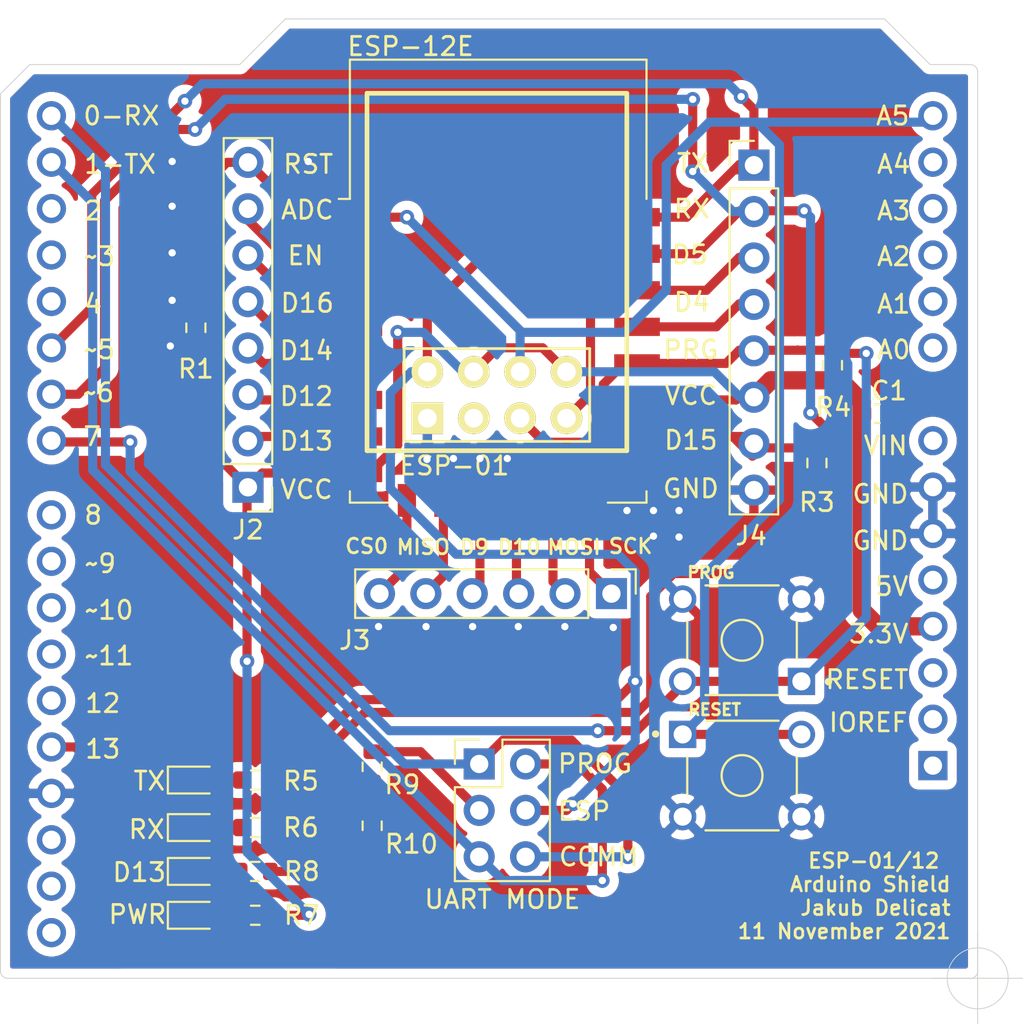
<source format=kicad_pcb>
(kicad_pcb (version 20171130) (host pcbnew 5.1.10)
  (layers (0 F.Cu signal) (31 B.Cu signal) (34 B.Paste user hide) (35 F.Paste user hide) (36 B.SilkS user hide) (37 F.SilkS user) (38 B.Mask user) (39 F.Mask user hide) (44 Edge.Cuts user))
  (net 0 "")
  (net 1 "Net-(A1-Pad30)")
  (net 2 "Net-(A1-Pad13)")
  (net 3 "Net-(A1-Pad12)")
  (net 4 "Net-(A1-Pad27)")
  (net 5 "Net-(A1-Pad11)")
  (net 6 "Net-(A1-Pad26)")
  (net 7 "Net-(A1-Pad10)")
  (net 8 "Net-(A1-Pad25)")
  (net 9 "Net-(A1-Pad9)")
  (net 10 "Net-(A1-Pad24)")
  (net 11 "Net-(A1-Pad8)")
  (net 12 "Net-(A1-Pad23)")
  (net 13 "Net-(A1-Pad5)")
  (net 14 "Net-(A1-Pad3)")
  (net 15 "Net-(A1-Pad18)")
  (net 16 "Net-(A1-Pad2)")
  (net 17 "Net-(A1-Pad17)")
  (net 18 "Net-(A1-Pad1)")
  (net 19 "Net-(A1-Pad31)")
  (net 20 "Net-(A1-Pad32)")
  (net 21 "Net-(D1-Pad2)")
  (net 22 /GPIO2)
  (net 23 "Net-(BUILTIN1-Pad2)")
  (net 24 "Net-(PWR1-Pad2)")
  (net 25 "Net-(R6-Pad2)")
  (net 26 /TX_AR)
  (net 27 /RX_AR)
  (net 28 GND)
  (net 29 TX_PROG)
  (net 30 RX_PROG)
  (net 31 PROG)
  (net 32 VCC)
  (net 33 RST)
  (net 34 GPIO15)
  (net 35 GPIO5)
  (net 36 GPIO4)
  (net 37 SCLK)
  (net 38 MOSI)
  (net 39 GPIO10)
  (net 40 GPIO9)
  (net 41 MISO)
  (net 42 CS0)
  (net 43 GPIO13)
  (net 44 GPIO12)
  (net 45 GPIO14)
  (net 46 GPIO16)
  (net 47 EN)
  (net 48 ADC)
  (net 49 "Net-(A1-Pad19)")
  (net 50 RX_PROG5V)
  (net 51 D13)
  (module Module:Arduino_UNO_R3 (layer B.Cu) (at 103.3 60.41 90)
    (fp_text reference A1)
    (fp_text value Arduino_UNO_R3)
    (pad 32 thru_hole oval (at -9.14 -48.26) (size 1.6 1.6) (drill 1) (layers *.Cu *.Mask) (net 20 "Net-(A1-Pad32)"))
    (pad 31 thru_hole oval (at -6.6 -48.26) (size 1.6 1.6) (drill 1) (layers *.Cu *.Mask) (net 19 "Net-(A1-Pad31)"))
    (pad 1 thru_hole rect (at 0 0) (size 1.6 1.6) (drill 1) (layers *.Cu *.Mask) (net 18 "Net-(A1-Pad1)"))
    (pad 17 thru_hole oval (at 30.48 -48.26) (size 1.6 1.6) (drill 1) (layers *.Cu *.Mask) (net 17 "Net-(A1-Pad17)"))
    (pad 2 thru_hole oval (at 2.54 0) (size 1.6 1.6) (drill 1) (layers *.Cu *.Mask) (net 16 "Net-(A1-Pad2)"))
    (pad 18 thru_hole oval (at 27.94 -48.26) (size 1.6 1.6) (drill 1) (layers *.Cu *.Mask) (net 15 "Net-(A1-Pad18)"))
    (pad 3 thru_hole oval (at 5.08 0) (size 1.6 1.6) (drill 1) (layers *.Cu *.Mask) (net 14 "Net-(A1-Pad3)"))
    (pad 19 thru_hole oval (at 25.4 -48.26) (size 1.6 1.6) (drill 1) (layers *.Cu *.Mask) (net 49 "Net-(A1-Pad19)"))
    (pad 4 thru_hole oval (at 7.62 0) (size 1.6 1.6) (drill 1) (layers *.Cu *.Mask) (net 32 VCC))
    (pad 20 thru_hole oval (at 22.86 -48.26) (size 1.6 1.6) (drill 1) (layers *.Cu *.Mask) (net 29 TX_PROG))
    (pad 5 thru_hole oval (at 10.16 0) (size 1.6 1.6) (drill 1) (layers *.Cu *.Mask) (net 13 "Net-(A1-Pad5)"))
    (pad 21 thru_hole oval (at 20.32 -48.26) (size 1.6 1.6) (drill 1) (layers *.Cu *.Mask) (net 30 RX_PROG))
    (pad 6 thru_hole oval (at 12.7 0) (size 1.6 1.6) (drill 1) (layers *.Cu *.Mask) (net 28 GND))
    (pad 22 thru_hole oval (at 17.78 -48.26) (size 1.6 1.6) (drill 1) (layers *.Cu *.Mask) (net 31 PROG))
    (pad 7 thru_hole oval (at 15.24 0) (size 1.6 1.6) (drill 1) (layers *.Cu *.Mask) (net 28 GND))
    (pad 23 thru_hole oval (at 13.72 -48.26) (size 1.6 1.6) (drill 1) (layers *.Cu *.Mask) (net 12 "Net-(A1-Pad23)"))
    (pad 8 thru_hole oval (at 17.78 0) (size 1.6 1.6) (drill 1) (layers *.Cu *.Mask) (net 11 "Net-(A1-Pad8)"))
    (pad 24 thru_hole oval (at 11.18 -48.26) (size 1.6 1.6) (drill 1) (layers *.Cu *.Mask) (net 10 "Net-(A1-Pad24)"))
    (pad 9 thru_hole oval (at 22.86 0) (size 1.6 1.6) (drill 1) (layers *.Cu *.Mask) (net 9 "Net-(A1-Pad9)"))
    (pad 25 thru_hole oval (at 8.64 -48.26) (size 1.6 1.6) (drill 1) (layers *.Cu *.Mask) (net 8 "Net-(A1-Pad25)"))
    (pad 10 thru_hole oval (at 25.4 0) (size 1.6 1.6) (drill 1) (layers *.Cu *.Mask) (net 7 "Net-(A1-Pad10)"))
    (pad 26 thru_hole oval (at 6.1 -48.26) (size 1.6 1.6) (drill 1) (layers *.Cu *.Mask) (net 6 "Net-(A1-Pad26)"))
    (pad 11 thru_hole oval (at 27.94 0) (size 1.6 1.6) (drill 1) (layers *.Cu *.Mask) (net 5 "Net-(A1-Pad11)"))
    (pad 27 thru_hole oval (at 3.56 -48.26) (size 1.6 1.6) (drill 1) (layers *.Cu *.Mask) (net 4 "Net-(A1-Pad27)"))
    (pad 12 thru_hole oval (at 30.48 0) (size 1.6 1.6) (drill 1) (layers *.Cu *.Mask) (net 3 "Net-(A1-Pad12)"))
    (pad 28 thru_hole oval (at 1.02 -48.26) (size 1.6 1.6) (drill 1) (layers *.Cu *.Mask) (net 51 D13))
    (pad 13 thru_hole oval (at 33.02 0) (size 1.6 1.6) (drill 1) (layers *.Cu *.Mask) (net 2 "Net-(A1-Pad13)"))
    (pad 29 thru_hole oval (at -1.52 -48.26) (size 1.6 1.6) (drill 1) (layers *.Cu *.Mask) (net 28 GND))
    (pad 14 thru_hole oval (at 35.56 0) (size 1.6 1.6) (drill 1) (layers *.Cu *.Mask) (net 33 RST))
    (pad 30 thru_hole oval (at -4.06 -48.26) (size 1.6 1.6) (drill 1) (layers *.Cu *.Mask) (net 1 "Net-(A1-Pad30)"))
    (pad 15 thru_hole oval (at 35.56 -48.26) (size 1.6 1.6) (drill 1) (layers *.Cu *.Mask) (net 27 /RX_AR))
    (pad 16 thru_hole oval (at 33.02 -48.26) (size 1.6 1.6) (drill 1) (layers *.Cu *.Mask) (net 26 /TX_AR))
  )
  (module 1-1825910-4:TE_1-1825910-4 (layer F.Cu) (at 92.85 53.55 180)
    (fp_text reference SW2)
    (fp_text value PROG (at 1.7 3.7) (layer F.SilkS) (effects (font (size 0.63025 0.63025))))
    (pad 4 thru_hole circle (at 3.25 2.25 180) (size 1.498 1.498) (drill 0.99) (layers *.Cu *.Mask) (net 28 GND))
    (pad 2 thru_hole circle (at 3.25 -2.25 180) (size 1.498 1.498) (drill 0.99) (layers *.Cu *.Mask) (net 31 PROG))
    (pad 3 thru_hole circle (at -3.25 2.25 180) (size 1.498 1.498) (drill 0.99) (layers *.Cu *.Mask) (net 28 GND))
    (pad 1 thru_hole rect (at -3.25 -2.25 180) (size 1.498 1.498) (drill 0.99) (layers *.Cu *.Mask) (net 31 PROG))
  )
  (module 1-1825910-4:TE_1-1825910-4 (layer F.Cu) (at 92.85 60.953112)
    (fp_text reference SW1)
    (fp_text value RESET (at -1.5 -3.603112) (layer F.SilkS) (effects (font (size 0.63025 0.63025))))
    (pad 4 thru_hole circle (at 3.25 2.25) (size 1.498 1.498) (drill 0.99) (layers *.Cu *.Mask) (net 28 GND))
    (pad 2 thru_hole circle (at 3.25 -2.25) (size 1.498 1.498) (drill 0.99) (layers *.Cu *.Mask) (net 33 RST))
    (pad 3 thru_hole circle (at -3.25 2.25) (size 1.498 1.498) (drill 0.99) (layers *.Cu *.Mask) (net 28 GND))
    (pad 1 thru_hole rect (at -3.25 -2.25) (size 1.498 1.498) (drill 0.99) (layers *.Cu *.Mask) (net 33 RST))
  )
  (module ESP8266:ESP-01 (layer F.Cu) (at 75.62 41.4 90)
    (fp_text reference U2)
    (fp_text value ESP-01 (at -2.603112 1.480001) (layer F.SilkS))
    (pad 8 thru_hole oval (at 2.54 7.62 90) (size 1.7272 1.7272) (drill 1.016) (layers *.Cu *.Mask F.SilkS) (net 32 VCC))
    (pad 4 thru_hole oval (at 0 7.62 90) (size 1.7272 1.7272) (drill 1.016) (layers *.Cu *.Mask F.SilkS) (net 30 RX_PROG))
    (pad 7 thru_hole oval (at 2.54 5.08 90) (size 1.7272 1.7272) (drill 1.016) (layers *.Cu *.Mask F.SilkS) (net 33 RST))
    (pad 3 thru_hole oval (at 0 5.08 90) (size 1.7272 1.7272) (drill 1.016) (layers *.Cu *.Mask F.SilkS) (net 31 PROG))
    (pad 6 thru_hole oval (at 2.54 2.54 90) (size 1.7272 1.7272) (drill 1.016) (layers *.Cu *.Mask F.SilkS) (net 32 VCC))
    (pad 2 thru_hole oval (at 0 2.54 90) (size 1.7272 1.7272) (drill 1.016) (layers *.Cu *.Mask F.SilkS) (net 22 /GPIO2))
    (pad 5 thru_hole oval (at 2.54 0 90) (size 1.7272 1.7272) (drill 1.016) (layers *.Cu *.Mask F.SilkS) (net 29 TX_PROG))
    (pad 1 thru_hole rect (at 0 0 90) (size 1.7272 1.7272) (drill 1.016) (layers *.Cu *.Mask F.SilkS) (net 28 GND))
  )
  (module Resistor_SMD:R_0603_1608Metric (layer F.Cu) (at 72.6 63.7 90)
    (fp_text reference R10 (at -1.003112 2.150001 180) (layer F.SilkS))
    (fp_text value 2k2OHM)
    (pad 2 smd roundrect (at 0.825 0 90) (size 0.8 0.95) (layers F.Cu F.Paste F.Mask) (net 30 RX_PROG))
    (pad 1 smd roundrect (at -0.825 0 90) (size 0.8 0.95) (layers F.Cu F.Paste F.Mask) (net 28 GND))
  )
  (module Resistor_SMD:R_0603_1608Metric (layer F.Cu) (at 72.6 60.475 90)
    (fp_text reference R9 (at -0.978112 1.650001 180) (layer F.SilkS))
    (fp_text value 1kOhm)
    (pad 2 smd roundrect (at 0.825 0 90) (size 0.8 0.95) (layers F.Cu F.Paste F.Mask) (net 50 RX_PROG5V))
    (pad 1 smd roundrect (at -0.825 0 90) (size 0.8 0.95) (layers F.Cu F.Paste F.Mask) (net 30 RX_PROG))
  )
  (module Connector_PinHeader_2.54mm:PinHeader_2x03_P2.54mm_Vertical (layer F.Cu) (at 78.46 60.32)
    (fp_text reference J1)
    (fp_text value "UART MODE" (at 1.27 7.41) (layer F.SilkS))
    (pad 6 thru_hole oval (at 2.54 5.08) (size 1.7 1.7) (drill 1) (layers *.Cu *.Mask) (net 27 /RX_AR))
    (pad 5 thru_hole oval (at 0 5.08) (size 1.7 1.7) (drill 1) (layers *.Cu *.Mask) (net 26 /TX_AR))
    (pad 4 thru_hole oval (at 2.54 2.54) (size 1.7 1.7) (drill 1) (layers *.Cu *.Mask) (net 29 TX_PROG))
    (pad 3 thru_hole oval (at 0 2.54) (size 1.7 1.7) (drill 1) (layers *.Cu *.Mask) (net 50 RX_PROG5V))
    (pad 2 thru_hole oval (at 2.54 0) (size 1.7 1.7) (drill 1) (layers *.Cu *.Mask) (net 26 /TX_AR))
    (pad 1 thru_hole rect (at 0 0) (size 1.7 1.7) (drill 1) (layers *.Cu *.Mask) (net 27 /RX_AR))
  )
  (module Connector_PinHeader_2.54mm:PinHeader_1x08_P2.54mm_Vertical (layer F.Cu) (at 93.500001 27.553112)
    (fp_text reference J4 (at -0.149999 20.283112) (layer F.SilkS))
    (fp_text value Conn_01x08)
    (pad 8 thru_hole oval (at 0 17.78) (size 1.7 1.7) (drill 1) (layers *.Cu *.Mask) (net 28 GND))
    (pad 7 thru_hole oval (at 0 15.24) (size 1.7 1.7) (drill 1) (layers *.Cu *.Mask) (net 34 GPIO15))
    (pad 6 thru_hole oval (at 0 12.7) (size 1.7 1.7) (drill 1) (layers *.Cu *.Mask) (net 32 VCC))
    (pad 5 thru_hole oval (at 0 10.16) (size 1.7 1.7) (drill 1) (layers *.Cu *.Mask) (net 31 PROG))
    (pad 4 thru_hole oval (at 0 7.62) (size 1.7 1.7) (drill 1) (layers *.Cu *.Mask) (net 36 GPIO4))
    (pad 3 thru_hole oval (at 0 5.08) (size 1.7 1.7) (drill 1) (layers *.Cu *.Mask) (net 35 GPIO5))
    (pad 2 thru_hole oval (at 0 2.54) (size 1.7 1.7) (drill 1) (layers *.Cu *.Mask) (net 30 RX_PROG))
    (pad 1 thru_hole rect (at 0 0) (size 1.7 1.7) (drill 1) (layers *.Cu *.Mask) (net 29 TX_PROG))
  )
  (module Connector_PinHeader_2.54mm:PinHeader_1x06_P2.54mm_Vertical (layer F.Cu) (at 85.7 51 270)
    (fp_text reference J3 (at 2.553112 14.049999 180) (layer F.SilkS))
    (fp_text value Conn_01x06)
    (pad 6 thru_hole oval (at 0 12.7 270) (size 1.7 1.7) (drill 1) (layers *.Cu *.Mask) (net 42 CS0))
    (pad 5 thru_hole oval (at 0 10.16 270) (size 1.7 1.7) (drill 1) (layers *.Cu *.Mask) (net 41 MISO))
    (pad 4 thru_hole oval (at 0 7.62 270) (size 1.7 1.7) (drill 1) (layers *.Cu *.Mask) (net 40 GPIO9))
    (pad 3 thru_hole oval (at 0 5.08 270) (size 1.7 1.7) (drill 1) (layers *.Cu *.Mask) (net 39 GPIO10))
    (pad 2 thru_hole oval (at 0 2.54 270) (size 1.7 1.7) (drill 1) (layers *.Cu *.Mask) (net 38 MOSI))
    (pad 1 thru_hole rect (at 0 0 270) (size 1.7 1.7) (drill 1) (layers *.Cu *.Mask) (net 37 SCLK))
  )
  (module Connector_PinHeader_2.54mm:PinHeader_1x08_P2.54mm_Vertical (layer F.Cu) (at 65.8 45.18 180)
    (fp_text reference J2 (at 0 -2.33) (layer F.SilkS))
    (fp_text value Conn_01x08)
    (pad 8 thru_hole oval (at 0 17.78 180) (size 1.7 1.7) (drill 1) (layers *.Cu *.Mask) (net 33 RST))
    (pad 7 thru_hole oval (at 0 15.24 180) (size 1.7 1.7) (drill 1) (layers *.Cu *.Mask) (net 48 ADC))
    (pad 6 thru_hole oval (at 0 12.7 180) (size 1.7 1.7) (drill 1) (layers *.Cu *.Mask) (net 47 EN))
    (pad 5 thru_hole oval (at 0 10.16 180) (size 1.7 1.7) (drill 1) (layers *.Cu *.Mask) (net 46 GPIO16))
    (pad 4 thru_hole oval (at 0 7.62 180) (size 1.7 1.7) (drill 1) (layers *.Cu *.Mask) (net 45 GPIO14))
    (pad 3 thru_hole oval (at 0 5.08 180) (size 1.7 1.7) (drill 1) (layers *.Cu *.Mask) (net 44 GPIO12))
    (pad 2 thru_hole oval (at 0 2.54 180) (size 1.7 1.7) (drill 1) (layers *.Cu *.Mask) (net 43 GPIO13))
    (pad 1 thru_hole rect (at 0 0 180) (size 1.7 1.7) (drill 1) (layers *.Cu *.Mask) (net 32 VCC))
  )
  (module RF_Module:ESP-12E (layer F.Cu) (at 79.5 33.9)
    (fp_text reference ESP-12E1)
    (fp_text value ESP-12E (at -4.799999 -12.846888) (layer F.SilkS))
    (pad 22 smd rect (at 7.6 -3.5) (size 2.5 1) (layers F.Cu F.Paste F.Mask) (net 29 TX_PROG))
    (pad 21 smd rect (at 7.6 -1.5) (size 2.5 1) (layers F.Cu F.Paste F.Mask) (net 30 RX_PROG))
    (pad 20 smd rect (at 7.6 0.5) (size 2.5 1) (layers F.Cu F.Paste F.Mask) (net 35 GPIO5))
    (pad 19 smd rect (at 7.6 2.5) (size 2.5 1) (layers F.Cu F.Paste F.Mask) (net 36 GPIO4))
    (pad 18 smd rect (at 7.6 4.5) (size 2.5 1) (layers F.Cu F.Paste F.Mask) (net 31 PROG))
    (pad 17 smd rect (at 7.6 6.5) (size 2.5 1) (layers F.Cu F.Paste F.Mask) (net 32 VCC))
    (pad 16 smd rect (at 7.6 8.5) (size 2.5 1) (layers F.Cu F.Paste F.Mask) (net 34 GPIO15))
    (pad 15 smd rect (at 7.6 10.5) (size 2.5 1) (layers F.Cu F.Paste F.Mask) (net 28 GND))
    (pad 14 smd rect (at 5 12) (size 1 1.8) (layers F.Cu F.Paste F.Mask) (net 37 SCLK))
    (pad 13 smd rect (at 3 12) (size 1 1.8) (layers F.Cu F.Paste F.Mask) (net 38 MOSI))
    (pad 12 smd rect (at 1 12) (size 1 1.8) (layers F.Cu F.Paste F.Mask) (net 39 GPIO10))
    (pad 11 smd rect (at -1 12) (size 1 1.8) (layers F.Cu F.Paste F.Mask) (net 40 GPIO9))
    (pad 10 smd rect (at -3 12) (size 1 1.8) (layers F.Cu F.Paste F.Mask) (net 41 MISO))
    (pad 9 smd rect (at -5 12) (size 1 1.8) (layers F.Cu F.Paste F.Mask) (net 42 CS0))
    (pad 8 smd rect (at -7.6 10.5) (size 2.5 1) (layers F.Cu F.Paste F.Mask) (net 32 VCC))
    (pad 7 smd rect (at -7.6 8.5) (size 2.5 1) (layers F.Cu F.Paste F.Mask) (net 43 GPIO13))
    (pad 6 smd rect (at -7.6 6.5) (size 2.5 1) (layers F.Cu F.Paste F.Mask) (net 44 GPIO12))
    (pad 5 smd rect (at -7.6 4.5) (size 2.5 1) (layers F.Cu F.Paste F.Mask) (net 45 GPIO14))
    (pad 4 smd rect (at -7.6 2.5) (size 2.5 1) (layers F.Cu F.Paste F.Mask) (net 46 GPIO16))
    (pad 3 smd rect (at -7.6 0.5) (size 2.5 1) (layers F.Cu F.Paste F.Mask) (net 47 EN))
    (pad 2 smd rect (at -7.6 -1.5) (size 2.5 1) (layers F.Cu F.Paste F.Mask) (net 48 ADC))
    (pad 1 smd rect (at -7.6 -3.5) (size 2.5 1) (layers F.Cu F.Paste F.Mask) (net 33 RST))
  )
  (module Resistor_SMD:R_0603_1608Metric (layer F.Cu) (at 66.2 66.2 180)
    (fp_text reference R8 (at -2.550001 -0.003112) (layer F.SilkS))
    (fp_text value R)
    (pad 2 smd roundrect (at 0.825 0 180) (size 0.8 0.95) (layers F.Cu F.Paste F.Mask) (net 23 "Net-(BUILTIN1-Pad2)"))
    (pad 1 smd roundrect (at -0.825 0 180) (size 0.8 0.95) (layers F.Cu F.Paste F.Mask) (net 51 D13))
  )
  (module Resistor_SMD:R_0603_1608Metric (layer F.Cu) (at 66.2 68.6 180)
    (fp_text reference R7 (at -2.550001 -0.003112) (layer F.SilkS))
    (fp_text value R)
    (pad 2 smd roundrect (at 0.825 0 180) (size 0.8 0.95) (layers F.Cu F.Paste F.Mask) (net 24 "Net-(PWR1-Pad2)"))
    (pad 1 smd roundrect (at -0.825 0 180) (size 0.8 0.95) (layers F.Cu F.Paste F.Mask) (net 32 VCC))
  )
  (module Resistor_SMD:R_0603_1608Metric (layer F.Cu) (at 66.2 63.8 180)
    (fp_text reference R6 (at -2.500001 -0.003112) (layer F.SilkS))
    (fp_text value R)
    (pad 2 smd roundrect (at 0.825 0 180) (size 0.8 0.95) (layers F.Cu F.Paste F.Mask) (net 25 "Net-(R6-Pad2)"))
    (pad 1 smd roundrect (at -0.825 0 180) (size 0.8 0.95) (layers F.Cu F.Paste F.Mask) (net 30 RX_PROG))
  )
  (module Resistor_SMD:R_0603_1608Metric (layer F.Cu) (at 66.2 61.2 180)
    (fp_text reference R5 (at -2.500001 -0.053112) (layer F.SilkS))
    (fp_text value R)
    (pad 2 smd roundrect (at 0.825 0 180) (size 0.8 0.95) (layers F.Cu F.Paste F.Mask) (net 21 "Net-(D1-Pad2)"))
    (pad 1 smd roundrect (at -0.825 0 180) (size 0.8 0.95) (layers F.Cu F.Paste F.Mask) (net 29 TX_PROG))
  )
  (module Resistor_SMD:R_0603_1608Metric (layer F.Cu) (at 97.800001 38.5 90)
    (fp_text reference R4 (at -2.303112 0.050001 180) (layer F.SilkS))
    (fp_text value 10kOhm)
    (pad 2 smd roundrect (at 0.825 0 90) (size 0.8 0.95) (layers F.Cu F.Paste F.Mask) (net 31 PROG))
    (pad 1 smd roundrect (at -0.825 0 90) (size 0.8 0.95) (layers F.Cu F.Paste F.Mask) (net 32 VCC))
  )
  (module Resistor_SMD:R_0603_1608Metric (layer F.Cu) (at 96.95 43.85 270)
    (fp_text reference R3 (at 2.153112 -0.000001 180) (layer F.SilkS))
    (fp_text value 10kOhm)
    (pad 2 smd roundrect (at 0.825 0 270) (size 0.8 0.95) (layers F.Cu F.Paste F.Mask) (net 28 GND))
    (pad 1 smd roundrect (at -0.825 0 270) (size 0.8 0.95) (layers F.Cu F.Paste F.Mask) (net 34 GPIO15))
  )
  (module Resistor_SMD:R_0603_1608Metric (layer F.Cu) (at 62.95 36.45 90)
    (fp_text reference R1 (at -2.253112 0.000001 180) (layer F.SilkS))
    (fp_text value 10kOhm)
    (pad 2 smd roundrect (at 0.825 0 90) (size 0.8 0.95) (layers F.Cu F.Paste F.Mask) (net 33 RST))
    (pad 1 smd roundrect (at -0.825 0 90) (size 0.8 0.95) (layers F.Cu F.Paste F.Mask) (net 32 VCC))
  )
  (module LED_SMD:LED_0603_1608Metric (layer F.Cu) (at 62.9 66.2)
    (fp_text reference BUILTIN1)
    (fp_text value D13 (at -3.049999 0.053112) (layer F.SilkS))
    (pad 2 smd roundrect (at 0.7875 0) (size 0.875 0.95) (layers F.Cu F.Paste F.Mask) (net 23 "Net-(BUILTIN1-Pad2)"))
    (pad 1 smd roundrect (at -0.7875 0) (size 0.875 0.95) (layers F.Cu F.Paste F.Mask) (net 28 GND))
  )
  (module LED_SMD:LED_0603_1608Metric (layer F.Cu) (at 62.9 68.6)
    (fp_text reference PWR1)
    (fp_text value PWR (at -3.149999 -0.046888) (layer F.SilkS))
    (pad 2 smd roundrect (at 0.7875 0) (size 0.875 0.95) (layers F.Cu F.Paste F.Mask) (net 24 "Net-(PWR1-Pad2)"))
    (pad 1 smd roundrect (at -0.7875 0) (size 0.875 0.95) (layers F.Cu F.Paste F.Mask) (net 28 GND))
  )
  (module LED_SMD:LED_0603_1608Metric (layer F.Cu) (at 62.9 63.8)
    (fp_text reference RX1)
    (fp_text value RX (at -2.649999 0.103112) (layer F.SilkS))
    (pad 2 smd roundrect (at 0.7875 0) (size 0.875 0.95) (layers F.Cu F.Paste F.Mask) (net 25 "Net-(R6-Pad2)"))
    (pad 1 smd roundrect (at -0.7875 0) (size 0.875 0.95) (layers F.Cu F.Paste F.Mask) (net 28 GND))
  )
  (module LED_SMD:LED_0603_1608Metric (layer F.Cu) (at 62.9 61.2)
    (fp_text reference D1)
    (fp_text value TX (at -2.499999 0.053112) (layer F.SilkS))
    (pad 2 smd roundrect (at 0.7875 0) (size 0.875 0.95) (layers F.Cu F.Paste F.Mask) (net 21 "Net-(D1-Pad2)"))
    (pad 1 smd roundrect (at -0.7875 0) (size 0.875 0.95) (layers F.Cu F.Paste F.Mask) (net 28 GND))
  )
  (module Capacitor_SMD:C_0603_1608Metric (layer F.Cu) (at 100.25 41.15)
    (fp_text reference C1 (at 0.65 -1.25) (layer F.SilkS))
    (fp_text value C)
    (pad 2 smd roundrect (at 0.775 0) (size 0.9 0.95) (layers F.Cu F.Paste F.Mask) (net 28 GND))
    (pad 1 smd roundrect (at -0.775 0) (size 0.9 0.95) (layers F.Cu F.Paste F.Mask) (net 32 VCC))
  )
  (gr_text ~~10 (at 56.800001 51.903112) (layer F.SilkS) (effects (font (size 1 1)) (justify left)))
  (gr_text ~~11 (at 56.800001 54.403112) (layer F.SilkS) (effects (font (size 1 1)) (justify left)))
  (gr_text 12 (at 56.800001 57.003112) (layer F.SilkS) (effects (font (size 1 1)) (justify left)))
  (gr_text 8 (at 56.750001 46.703112) (layer F.SilkS) (effects (font (size 1 1)) (justify left)))
  (gr_text 13 (at 56.800001 59.503112) (layer F.SilkS) (effects (font (size 1 1)) (justify left)))
  (gr_text ~~9 (at 56.800001 49.353112) (layer F.SilkS) (effects (font (size 1 1)) (justify left)))
  (gr_text 7 (at 56.700001 42.403112) (layer F.SilkS) (effects (font (size 1 1)) (justify left)))
  (gr_text 2 (at 56.750001 30.053112) (layer F.SilkS) (effects (font (size 1 1)) (justify left)))
  (gr_text ~~3 (at 56.750001 32.553112) (layer F.SilkS) (effects (font (size 1 1)) (justify left)))
  (gr_text ~~5 (at 56.750001 37.653112) (layer F.SilkS) (effects (font (size 1 1)) (justify left)))
  (gr_text 1-TX (at 56.750001 27.503112) (layer F.SilkS) (effects (font (size 1 1)) (justify left)))
  (gr_text ~~6 (at 56.700001 40.003112) (layer F.SilkS) (effects (font (size 1 1)) (justify left)))
  (gr_text 0-RX (at 56.700001 24.853112) (layer F.SilkS) (effects (font (size 1 1)) (justify left)))
  (gr_text 4 (at 56.750001 35.153112) (layer F.SilkS) (effects (font (size 1 1)) (justify left)))
  (gr_text IOREF (at 102.000001 58.053112) (layer F.SilkS) (effects (font (size 1 1)) (justify right)))
  (gr_text 5V (at 102.050001 50.603112) (layer F.SilkS) (effects (font (size 1 1)) (justify right)))
  (gr_text RESET (at 102.050001 55.703112) (layer F.SilkS) (effects (font (size 1 1)) (justify right)))
  (gr_text GND (at 102.050001 45.553112) (layer F.SilkS) (effects (font (size 1 1)) (justify right)))
  (gr_text VIN (at 102.000001 42.903112) (layer F.SilkS) (effects (font (size 1 1)) (justify right)))
  (gr_text 3.3V (at 102.050001 53.203112) (layer F.SilkS) (effects (font (size 1 1)) (justify right)))
  (gr_text GND (at 102.050001 48.103112) (layer F.SilkS) (effects (font (size 1 1)) (justify right)))
  (gr_text A0 (at 101.150001 37.653112) (layer F.SilkS) (effects (font (size 1 1))))
  (gr_text A1 (at 101.150001 35.153112) (layer F.SilkS) (effects (font (size 1 1))))
  (gr_text A2 (at 101.150001 32.553112) (layer F.SilkS) (effects (font (size 1 1))))
  (gr_text A3 (at 101.150001 30.053112) (layer F.SilkS) (effects (font (size 1 1))))
  (gr_text A4 (at 101.150001 27.503112) (layer F.SilkS) (effects (font (size 1 1))))
  (gr_text A5 (at 101.100001 24.853112) (layer F.SilkS) (effects (font (size 1 1))))
  (gr_text ESP (at 84.200001 62.903112) (layer F.SilkS) (effects (font (size 1 1))))
  (gr_text SCK (at 86.750001 48.403112) (layer F.SilkS) (effects (font (size 0.8 0.8))))
  (gr_text MOSI (at 83.650001 48.453112) (layer F.SilkS) (effects (font (size 0.8 0.8))))
  (gr_text D10 (at 80.650001 48.453112) (layer F.SilkS) (effects (font (size 0.8 0.8))))
  (gr_text D9 (at 78.200001 48.453112) (layer F.SilkS) (effects (font (size 0.8 0.8))))
  (gr_text MISO (at 75.400001 48.453112) (layer F.SilkS) (effects (font (size 0.8 0.8))))
  (gr_text CS0 (at 72.300001 48.403112) (layer F.SilkS) (effects (font (size 0.8 0.8))))
  (gr_text RX (at 90.100001 29.953112) (layer F.SilkS) (effects (font (size 1 1))))
  (gr_text D5 (at 90.000001 32.453112) (layer F.SilkS) (effects (font (size 1 1))))
  (gr_text D4 (at 90.100001 35.053112) (layer F.SilkS) (effects (font (size 1 1))))
  (gr_text TX (at 90.150001 27.453112) (layer F.SilkS) (effects (font (size 1 1))))
  (gr_text D15 (at 90.050001 42.603112) (layer F.SilkS) (effects (font (size 1 1))))
  (gr_text GND (at 90.050001 45.253112) (layer F.SilkS) (effects (font (size 1 1))))
  (gr_text VCC (at 90.050001 40.153112) (layer F.SilkS) (effects (font (size 1 1))))
  (gr_text PRG (at 90.050001 37.653112) (layer F.SilkS) (effects (font (size 1 1))))
  (gr_text VCC (at 69.000001 45.303112) (layer F.SilkS) (effects (font (size 1 1))))
  (gr_text D13 (at 69.000001 42.653112) (layer F.SilkS) (effects (font (size 1 1))))
  (gr_text D12 (at 69.000001 40.203112) (layer F.SilkS) (effects (font (size 1 1))))
  (gr_text D14 (at 69.000001 37.703112) (layer F.SilkS) (effects (font (size 1 1))))
  (gr_text D16 (at 69.050001 35.103112) (layer F.SilkS) (effects (font (size 1 1))))
  (gr_text EN (at 68.950001 32.503112) (layer F.SilkS) (effects (font (size 1 1))))
  (gr_text ADC (at 69.050001 30.003112) (layer F.SilkS) (effects (font (size 1 1))))
  (gr_text RST (at 69.100001 27.503112) (layer F.SilkS) (effects (font (size 1 1))))
  (gr_text "ESP-01/12 \nArduino Shield\nJakub Delicat\n11 November 2021" (at 104.35 67.55) (layer F.SilkS) (effects (font (size 0.8 0.8)) (justify right)))
  (gr_text COMM (at 85.000001 65.403112) (layer F.SilkS) (effects (font (size 1 1))))
  (gr_text PROG (at 84.800001 60.303112) (layer F.SilkS) (effects (font (size 1 1))))
  (target plus (at 105.75 72.05) (size 5) (width 0.05) (layer Edge.Cuts))
  (gr_arc (start 52.65 71.65) (end 52.65 72.05) (angle 90) (layer Edge.Cuts) (width 0.05))
  (gr_arc (start 105.35 71.65) (end 105.749999 71.600001) (angle 97.12501635) (layer Edge.Cuts) (width 0.05))
  (gr_arc (start 105.35 22.45) (end 105.35 22.05) (angle 90) (layer Edge.Cuts) (width 0.05))
  (gr_line (start 67.85 19.55) (end 100.65 19.55) (layer Edge.Cuts) (width 0.05))
  (gr_line (start 65.35 22.05) (end 67.85 19.55) (layer Edge.Cuts) (width 0.05))
  (gr_line (start 65.25 22.05) (end 65.35 22.05) (layer Edge.Cuts) (width 0.05))
  (gr_line (start 53.85 22.05) (end 65.25 22.05) (layer Edge.Cuts) (width 0.05))
  (gr_line (start 52.25 23.65) (end 53.85 22.05) (layer Edge.Cuts) (width 0.05))
  (gr_line (start 52.25 71.65) (end 52.25 23.65) (layer Edge.Cuts) (width 0.05))
  (gr_line (start 105.35 72.05) (end 52.65 72.05) (layer Edge.Cuts) (width 0.05))
  (gr_line (start 105.75 22.45) (end 105.75 71.6) (layer Edge.Cuts) (width 0.05))
  (gr_line (start 103.15 22.05) (end 105.35 22.05) (layer Edge.Cuts) (width 0.05))
  (gr_line (start 100.65 19.55) (end 103.15 22.05) (layer Edge.Cuts) (width 0.05))
  (segment (start 65.375 61.2) (end 63.6875 61.2) (width 0.5) (layer F.Cu) (net 21))
  (segment (start 63.6875 66.2) (end 65.375 66.2) (width 0.5) (layer F.Cu) (net 23))
  (segment (start 63.6875 68.6) (end 65.375 68.6) (width 0.5) (layer F.Cu) (net 24))
  (segment (start 65.375 63.8) (end 63.6875 63.8) (width 0.5) (layer F.Cu) (net 25))
  (segment (start 78.46 65.4) (end 79.760001 66.700001) (width 0.5) (layer B.Cu) (net 26))
  (via (at 85.2 66.7) (size 0.8) (drill 0.4) (layers F.Cu B.Cu) (net 26))
  (segment (start 85.200001 66.700001) (end 85.2 66.7) (width 0.5) (layer B.Cu) (net 26))
  (segment (start 79.760001 66.700001) (end 85.200001 66.700001) (width 0.5) (layer B.Cu) (net 26))
  (segment (start 81 60.32) (end 83.82 60.32) (width 0.5) (layer F.Cu) (net 26))
  (segment (start 85.2 61.7) (end 85.2 66.7) (width 0.5) (layer F.Cu) (net 26))
  (segment (start 83.82 60.32) (end 85.2 61.7) (width 0.5) (layer F.Cu) (net 26))
  (segment (start 57.299999 43.624001) (end 57.299999 29.600001) (width 0.5) (layer B.Cu) (net 26))
  (segment (start 85.2 66.7) (end 80.375999 66.700001) (width 0.5) (layer B.Cu) (net 26))
  (segment (start 55.089998 27.39) (end 55.04 27.39) (width 0.5) (layer B.Cu) (net 26))
  (segment (start 57.299999 29.600001) (end 55.089998 27.39) (width 0.5) (layer B.Cu) (net 26))
  (segment (start 57.299999 44.239999) (end 57.299999 43.624001) (width 0.5) (layer B.Cu) (net 26))
  (segment (start 78.46 65.4) (end 57.299999 44.239999) (width 0.5) (layer B.Cu) (net 26))
  (via (at 86.6 65.4) (size 0.8) (drill 0.4) (layers F.Cu B.Cu) (net 27))
  (segment (start 86.5 65.4) (end 86.6 65.4) (width 0.5) (layer B.Cu) (net 27))
  (segment (start 86.5 65.4) (end 81 65.4) (width 0.5) (layer B.Cu) (net 27))
  (segment (start 86.6 62.110038) (end 86.6 65.4) (width 0.5) (layer F.Cu) (net 27))
  (segment (start 83.509961 59.019999) (end 86.6 62.110038) (width 0.5) (layer F.Cu) (net 27))
  (segment (start 79.760001 59.019999) (end 83.509961 59.019999) (width 0.5) (layer F.Cu) (net 27))
  (segment (start 78.46 60.32) (end 79.760001 59.019999) (width 0.5) (layer F.Cu) (net 27))
  (segment (start 78.46 60.32) (end 74.369962 60.32) (width 0.5) (layer B.Cu) (net 27))
  (segment (start 58.000009 27.810009) (end 55.04 24.85) (width 0.5) (layer B.Cu) (net 27))
  (segment (start 58.000009 43.950047) (end 58.000009 27.810009) (width 0.5) (layer B.Cu) (net 27))
  (segment (start 74.369962 60.32) (end 58.000009 43.950047) (width 0.5) (layer B.Cu) (net 27))
  (via (at 69.1 27.35) (size 0.8) (drill 0.4) (layers F.Cu B.Cu) (net 28))
  (via (at 61.65 27.35) (size 0.8) (drill 0.4) (layers F.Cu B.Cu) (net 28))
  (via (at 61.65 29.8) (size 0.8) (drill 0.4) (layers F.Cu B.Cu) (net 28))
  (via (at 61.65 32.35) (size 0.8) (drill 0.4) (layers F.Cu B.Cu) (net 28))
  (via (at 61.65 34.95) (size 0.8) (drill 0.4) (layers F.Cu B.Cu) (net 28))
  (via (at 61.55 37.45) (size 0.8) (drill 0.4) (layers F.Cu B.Cu) (net 28))
  (via (at 75.600001 43.653112) (size 0.8) (drill 0.4) (layers F.Cu B.Cu) (net 28))
  (via (at 77.050001 43.603112) (size 0.8) (drill 0.4) (layers F.Cu B.Cu) (net 28))
  (via (at 78.500001 43.603112) (size 0.8) (drill 0.4) (layers F.Cu B.Cu) (net 28))
  (via (at 80.000001 43.603112) (size 0.8) (drill 0.4) (layers F.Cu B.Cu) (net 28))
  (via (at 86.550001 46.453112) (size 0.8) (drill 0.4) (layers F.Cu B.Cu) (net 28))
  (via (at 88.000001 46.453112) (size 0.8) (drill 0.4) (layers F.Cu B.Cu) (net 28))
  (via (at 89.400001 46.453112) (size 0.8) (drill 0.4) (layers F.Cu B.Cu) (net 28))
  (via (at 88.000001 47.853112) (size 0.8) (drill 0.4) (layers F.Cu B.Cu) (net 28))
  (via (at 89.400001 47.903112) (size 0.8) (drill 0.4) (layers F.Cu B.Cu) (net 28))
  (via (at 72.950001 52.803112) (size 0.8) (drill 0.4) (layers F.Cu B.Cu) (net 28))
  (via (at 75.550001 52.803112) (size 0.8) (drill 0.4) (layers F.Cu B.Cu) (net 28))
  (via (at 78.100001 52.803112) (size 0.8) (drill 0.4) (layers F.Cu B.Cu) (net 28))
  (via (at 80.600001 52.803112) (size 0.8) (drill 0.4) (layers F.Cu B.Cu) (net 28))
  (via (at 83.150001 52.803112) (size 0.8) (drill 0.4) (layers F.Cu B.Cu) (net 28))
  (via (at 85.800001 52.853112) (size 0.8) (drill 0.4) (layers F.Cu B.Cu) (net 28))
  (segment (start 87.1 30.4) (end 89.82 30.4) (width 0.5) (layer F.Cu) (net 29))
  (segment (start 75.62 38.86) (end 75.62 35.58) (width 0.5) (layer F.Cu) (net 29))
  (segment (start 80.8 30.4) (end 87.1 30.4) (width 0.5) (layer F.Cu) (net 29))
  (segment (start 75.62 35.58) (end 80.8 30.4) (width 0.5) (layer F.Cu) (net 29))
  (segment (start 92.7 27.52) (end 93.24 27.52) (width 0.5) (layer F.Cu) (net 29))
  (via (at 83.6 62.5) (size 0.8) (drill 0.4) (layers F.Cu B.Cu) (net 29))
  (segment (start 83.24 62.86) (end 83.6 62.5) (width 0.5) (layer F.Cu) (net 29))
  (segment (start 81 62.86) (end 83.24 62.86) (width 0.5) (layer F.Cu) (net 29))
  (segment (start 83.6 62.5) (end 87.000001 59.099999) (width 0.5) (layer B.Cu) (net 29))
  (via (at 87.000001 55.799999) (size 0.8) (drill 0.4) (layers F.Cu B.Cu) (net 29))
  (segment (start 87.000001 59.099999) (end 87.000001 55.799999) (width 0.5) (layer B.Cu) (net 29))
  (segment (start 87.000001 49.789999) (end 87.000001 55.799999) (width 0.5) (layer B.Cu) (net 29))
  (segment (start 86.055001 48.844999) (end 87.000001 49.789999) (width 0.5) (layer B.Cu) (net 29))
  (segment (start 77.194999 48.844999) (end 86.055001 48.844999) (width 0.5) (layer B.Cu) (net 29))
  (segment (start 73.6 45.25) (end 77.194999 48.844999) (width 0.5) (layer B.Cu) (net 29))
  (segment (start 73.6 40) (end 73.6 45.25) (width 0.5) (layer B.Cu) (net 29))
  (segment (start 74.74 38.86) (end 73.6 40) (width 0.5) (layer B.Cu) (net 29))
  (segment (start 75.62 38.86) (end 74.74 38.86) (width 0.5) (layer B.Cu) (net 29))
  (segment (start 93.241558 27.811555) (end 93.500001 27.553112) (width 0.5) (layer F.Cu) (net 29))
  (segment (start 92.408444 27.811555) (end 93.241558 27.811555) (width 0.5) (layer F.Cu) (net 29))
  (segment (start 89.82 30.4) (end 92.408444 27.811555) (width 0.5) (layer F.Cu) (net 29))
  (segment (start 92.408444 27.811555) (end 92.7 27.52) (width 0.5) (layer F.Cu) (net 29))
  (segment (start 86.00001 56.79999) (end 87.000001 55.799999) (width 0.5) (layer F.Cu) (net 29))
  (segment (start 71.910047 56.79999) (end 86.00001 56.79999) (width 0.5) (layer F.Cu) (net 29))
  (segment (start 67.510037 61.2) (end 70.203463 58.506574) (width 0.5) (layer F.Cu) (net 29))
  (segment (start 67.025 61.2) (end 67.510037 61.2) (width 0.5) (layer F.Cu) (net 29))
  (segment (start 70.203463 58.506574) (end 71.910047 56.79999) (width 0.5) (layer F.Cu) (net 29))
  (segment (start 69.410038 59.3) (end 70.203463 58.506574) (width 0.5) (layer F.Cu) (net 29))
  (segment (start 93.500001 24.500001) (end 93.500001 27.553112) (width 0.5) (layer F.Cu) (net 29))
  (via (at 92.8 23.8) (size 0.8) (drill 0.4) (layers F.Cu B.Cu) (net 29))
  (segment (start 92.8 23.8) (end 93.500001 24.500001) (width 0.5) (layer F.Cu) (net 29))
  (segment (start 57.249999 29.150001) (end 62.35 24.05) (width 0.5) (layer F.Cu) (net 29))
  (segment (start 57.249999 35.340001) (end 57.249999 29.150001) (width 0.5) (layer F.Cu) (net 29))
  (segment (start 55.04 37.55) (end 57.249999 35.340001) (width 0.5) (layer F.Cu) (net 29))
  (via (at 62.35 24.05) (size 0.8) (drill 0.4) (layers F.Cu B.Cu) (net 29))
  (segment (start 63.300001 23.099999) (end 62.35 24.05) (width 0.5) (layer B.Cu) (net 29))
  (segment (start 92.099999 23.099999) (end 63.300001 23.099999) (width 0.5) (layer B.Cu) (net 29))
  (segment (start 92.8 23.8) (end 92.099999 23.099999) (width 0.5) (layer B.Cu) (net 29))
  (segment (start 90.36 32.4) (end 92.7 30.06) (width 0.5) (layer F.Cu) (net 30))
  (segment (start 87.1 32.4) (end 90.36 32.4) (width 0.5) (layer F.Cu) (net 30))
  (segment (start 85.6 32.4) (end 87.1 32.4) (width 0.5) (layer F.Cu) (net 30))
  (segment (start 84.553601 33.446399) (end 85.6 32.4) (width 0.5) (layer F.Cu) (net 30))
  (segment (start 84.553601 40.086399) (end 84.553601 33.446399) (width 0.5) (layer F.Cu) (net 30))
  (segment (start 83.24 41.4) (end 84.553601 40.086399) (width 0.5) (layer F.Cu) (net 30))
  (segment (start 71.721889 62.875) (end 70.746889 61.9) (width 0.5) (layer F.Cu) (net 30))
  (segment (start 72.6 62.875) (end 71.721889 62.875) (width 0.5) (layer F.Cu) (net 30))
  (segment (start 70.7 61.853111) (end 70.746889 61.9) (width 0.5) (layer F.Cu) (net 30))
  (segment (start 72.6 62.875) (end 72.6 61.3) (width 0.5) (layer F.Cu) (net 30))
  (segment (start 93.500001 30.093112) (end 93.590001 30.093112) (width 0.5) (layer F.Cu) (net 30))
  (segment (start 93.556889 30.06) (end 92.7 30.06) (width 0.5) (layer F.Cu) (net 30))
  (segment (start 93.590001 30.093112) (end 93.556889 30.06) (width 0.5) (layer F.Cu) (net 30))
  (segment (start 70.653111 61.9) (end 70.7 61.853111) (width 0.5) (layer F.Cu) (net 30))
  (segment (start 68.753111 63.8) (end 70.653111 61.9) (width 0.5) (layer F.Cu) (net 30))
  (segment (start 67.025 63.8) (end 68.753111 63.8) (width 0.5) (layer F.Cu) (net 30))
  (via (at 96.6 41.1) (size 0.8) (drill 0.4) (layers F.Cu B.Cu) (net 30))
  (via (at 96.25 30.05) (size 0.8) (drill 0.4) (layers F.Cu B.Cu) (net 30))
  (segment (start 96.6 30.4) (end 96.25 30.05) (width 0.5) (layer B.Cu) (net 30))
  (segment (start 96.6 41.1) (end 96.6 30.4) (width 0.5) (layer B.Cu) (net 30))
  (segment (start 93.543113 30.05) (end 93.500001 30.093112) (width 0.5) (layer F.Cu) (net 30))
  (segment (start 96.25 30.05) (end 93.543113 30.05) (width 0.5) (layer F.Cu) (net 30))
  (via (at 90.15 27.9) (size 0.8) (drill 0.4) (layers F.Cu B.Cu) (net 30))
  (segment (start 92.343112 30.093112) (end 90.15 27.9) (width 0.5) (layer B.Cu) (net 30))
  (segment (start 93.500001 30.093112) (end 92.343112 30.093112) (width 0.5) (layer B.Cu) (net 30))
  (segment (start 70.7 59) (end 70.7 60.4) (width 0.5) (layer F.Cu) (net 30))
  (segment (start 72.2 57.5) (end 70.7 59) (width 0.5) (layer F.Cu) (net 30))
  (segment (start 87.1 57.5) (end 72.2 57.5) (width 0.5) (layer F.Cu) (net 30))
  (segment (start 70.7 60.4) (end 70.7 61.853111) (width 0.5) (layer F.Cu) (net 30))
  (segment (start 87.850002 56.749998) (end 87.1 57.5) (width 0.5) (layer F.Cu) (net 30))
  (segment (start 87.850002 51.149994) (end 87.850002 56.749998) (width 0.5) (layer F.Cu) (net 30))
  (segment (start 89.099998 49.899998) (end 87.850002 51.149994) (width 0.5) (layer F.Cu) (net 30))
  (segment (start 93.750002 49.899998) (end 89.099998 49.899998) (width 0.5) (layer F.Cu) (net 30))
  (segment (start 98 45.65) (end 93.750002 49.899998) (width 0.5) (layer F.Cu) (net 30))
  (segment (start 98 42.5) (end 98 45.65) (width 0.5) (layer F.Cu) (net 30))
  (segment (start 96.6 41.1) (end 98 42.5) (width 0.5) (layer F.Cu) (net 30))
  (segment (start 90.15 27.9) (end 90.15 23.95) (width 0.5) (layer F.Cu) (net 30))
  (via (at 90.15 23.95) (size 0.8) (drill 0.4) (layers F.Cu B.Cu) (net 30))
  (segment (start 56.51 40.09) (end 55.04 40.09) (width 0.5) (layer F.Cu) (net 30))
  (segment (start 57.95001 38.64999) (end 56.51 40.09) (width 0.5) (layer F.Cu) (net 30))
  (segment (start 57.95001 29.49999) (end 57.95001 38.64999) (width 0.5) (layer F.Cu) (net 30))
  (segment (start 61.85 25.6) (end 57.95001 29.49999) (width 0.5) (layer F.Cu) (net 30))
  (segment (start 62.9 25.6) (end 61.85 25.6) (width 0.5) (layer F.Cu) (net 30))
  (via (at 62.9 25.6) (size 0.8) (drill 0.4) (layers F.Cu B.Cu) (net 30))
  (segment (start 64.55 23.95) (end 62.9 25.6) (width 0.5) (layer B.Cu) (net 30))
  (segment (start 90.15 23.95) (end 64.55 23.95) (width 0.5) (layer B.Cu) (net 30))
  (segment (start 91.98 38.4) (end 92.7 37.68) (width 0.5) (layer F.Cu) (net 31))
  (segment (start 87.1 38.4) (end 91.98 38.4) (width 0.5) (layer F.Cu) (net 31))
  (segment (start 95.885 37.675) (end 95.88 37.68) (width 0.5) (layer F.Cu) (net 31))
  (segment (start 95.88 37.68) (end 98.48 37.68) (width 0.5) (layer F.Cu) (net 31))
  (segment (start 95.9 37.675) (end 95.885 37.675) (width 0.5) (layer F.Cu) (net 31))
  (segment (start 92.7 37.68) (end 95.88 37.68) (width 0.5) (layer F.Cu) (net 31))
  (segment (start 96.1 55.8) (end 89.6 55.8) (width 0.5) (layer F.Cu) (net 31))
  (segment (start 93.500001 38.053112) (end 93.500001 37.713112) (width 0.5) (layer F.Cu) (net 31))
  (segment (start 96.1 55.8) (end 96.15 55.8) (width 0.5) (layer B.Cu) (net 31))
  (via (at 99.65 37.85) (size 0.8) (drill 0.4) (layers F.Cu B.Cu) (net 31))
  (segment (start 99.65 52.3) (end 99.65 37.85) (width 0.5) (layer B.Cu) (net 31))
  (segment (start 96.15 55.8) (end 99.65 52.3) (width 0.5) (layer B.Cu) (net 31))
  (segment (start 97.975001 37.85) (end 97.800001 37.675) (width 0.5) (layer F.Cu) (net 31))
  (segment (start 99.65 37.85) (end 97.975001 37.85) (width 0.5) (layer F.Cu) (net 31))
  (via (at 84.95 58.5) (size 0.8) (drill 0.4) (layers F.Cu B.Cu) (net 31))
  (segment (start 89.6 55.989963) (end 87.089963 58.5) (width 0.5) (layer F.Cu) (net 31))
  (segment (start 87.089963 58.5) (end 84.95 58.5) (width 0.5) (layer F.Cu) (net 31))
  (segment (start 89.6 55.8) (end 89.6 55.989963) (width 0.5) (layer F.Cu) (net 31))
  (segment (start 84.95 58.5) (end 73.539924 58.5) (width 0.5) (layer B.Cu) (net 31))
  (via (at 59.35 42.7) (size 0.8) (drill 0.4) (layers F.Cu B.Cu) (net 31))
  (segment (start 59.35 44.310076) (end 59.35 42.7) (width 0.5) (layer B.Cu) (net 31))
  (segment (start 73.539924 58.5) (end 59.35 44.310076) (width 0.5) (layer B.Cu) (net 31))
  (segment (start 55.11 42.7) (end 55.04 42.63) (width 0.5) (layer F.Cu) (net 31))
  (segment (start 59.35 42.7) (end 55.11 42.7) (width 0.5) (layer F.Cu) (net 31))
  (segment (start 82.013601 42.713601) (end 80.7 41.4) (width 0.5) (layer F.Cu) (net 31))
  (segment (start 85.253611 42.146389) (end 84.686399 42.713601) (width 0.5) (layer F.Cu) (net 31))
  (segment (start 85.253611 39.546389) (end 85.253611 42.146389) (width 0.5) (layer F.Cu) (net 31))
  (segment (start 84.686399 42.713601) (end 82.013601 42.713601) (width 0.5) (layer F.Cu) (net 31))
  (segment (start 86.4 38.4) (end 85.253611 39.546389) (width 0.5) (layer F.Cu) (net 31))
  (segment (start 87.1 38.4) (end 86.4 38.4) (width 0.5) (layer F.Cu) (net 31))
  (segment (start 66.58 44.4) (end 65.8 45.18) (width 0.5) (layer F.Cu) (net 32))
  (segment (start 71.9 44.4) (end 66.58 44.4) (width 0.5) (layer F.Cu) (net 32))
  (segment (start 92.52 40.4) (end 92.7 40.22) (width 0.5) (layer F.Cu) (net 32))
  (segment (start 87.1 40.4) (end 92.52 40.4) (width 0.5) (layer F.Cu) (net 32))
  (segment (start 81.926399 37.546399) (end 83.24 38.86) (width 0.5) (layer F.Cu) (net 32))
  (segment (start 79.473601 37.546399) (end 81.926399 37.546399) (width 0.5) (layer F.Cu) (net 32))
  (segment (start 78.16 38.86) (end 79.473601 37.546399) (width 0.5) (layer F.Cu) (net 32))
  (via (at 74 36.7) (size 0.8) (drill 0.4) (layers F.Cu B.Cu) (net 32))
  (segment (start 74 42.860002) (end 74 36.7) (width 0.5) (layer F.Cu) (net 32))
  (segment (start 72.460002 44.4) (end 74 42.860002) (width 0.5) (layer F.Cu) (net 32))
  (segment (start 71.9 44.4) (end 72.460002 44.4) (width 0.5) (layer F.Cu) (net 32))
  (segment (start 77.56413 38.86) (end 78.16 38.86) (width 0.5) (layer B.Cu) (net 32))
  (segment (start 75.40413 36.7) (end 77.56413 38.86) (width 0.5) (layer B.Cu) (net 32))
  (segment (start 74 36.7) (end 75.40413 36.7) (width 0.5) (layer B.Cu) (net 32))
  (segment (start 91.34 38.86) (end 92.7 40.22) (width 0.5) (layer B.Cu) (net 32))
  (segment (start 83.24 38.86) (end 91.34 38.86) (width 0.5) (layer B.Cu) (net 32))
  (segment (start 98.221889 39.325) (end 97.800001 39.325) (width 0.5) (layer F.Cu) (net 32))
  (segment (start 93.500001 40.703112) (end 93.500001 40.253112) (width 0.5) (layer F.Cu) (net 32))
  (segment (start 97.900001 39.425) (end 97.800001 39.325) (width 0.5) (layer F.Cu) (net 32))
  (segment (start 62.95 42.33) (end 65.8 45.18) (width 0.5) (layer F.Cu) (net 32))
  (segment (start 62.95 37.275) (end 62.95 42.33) (width 0.5) (layer F.Cu) (net 32))
  (segment (start 94.428113 39.325) (end 97.800001 39.325) (width 1) (layer F.Cu) (net 32))
  (segment (start 93.500001 40.253112) (end 94.428113 39.325) (width 1) (layer F.Cu) (net 32))
  (segment (start 92.666888 40.253112) (end 92.52 40.4) (width 0.5) (layer F.Cu) (net 32))
  (segment (start 93.500001 40.253112) (end 92.666888 40.253112) (width 0.5) (layer F.Cu) (net 32))
  (via (at 69.15 68.55) (size 0.8) (drill 0.4) (layers F.Cu B.Cu) (net 32))
  (segment (start 69.1 68.6) (end 69.15 68.55) (width 0.5) (layer F.Cu) (net 32))
  (segment (start 67.025 68.6) (end 69.1 68.6) (width 0.5) (layer F.Cu) (net 32))
  (via (at 65.75 54.7) (size 0.8) (drill 0.4) (layers F.Cu B.Cu) (net 32))
  (segment (start 65.75 65.15) (end 65.75 54.7) (width 0.5) (layer B.Cu) (net 32))
  (segment (start 69.15 68.55) (end 65.75 65.15) (width 0.5) (layer B.Cu) (net 32))
  (segment (start 65.75 45.23) (end 65.8 45.18) (width 0.5) (layer F.Cu) (net 32))
  (segment (start 65.75 54.7) (end 65.75 45.23) (width 0.5) (layer F.Cu) (net 32))
  (segment (start 100.29 52.79) (end 103.3 52.79) (width 1) (layer F.Cu) (net 32))
  (segment (start 99.4 51.9) (end 99.4 40.5) (width 1) (layer F.Cu) (net 32))
  (segment (start 99.4 51.9) (end 100.29 52.79) (width 1) (layer F.Cu) (net 32))
  (segment (start 98.225 39.325) (end 97.800001 39.325) (width 1) (layer F.Cu) (net 32))
  (segment (start 99.4 40.5) (end 98.225 39.325) (width 1) (layer F.Cu) (net 32))
  (segment (start 68.8 30.4) (end 65.8 27.4) (width 0.5) (layer F.Cu) (net 33))
  (segment (start 71.9 30.4) (end 68.8 30.4) (width 0.5) (layer F.Cu) (net 33))
  (via (at 74.5 30.4) (size 0.8) (drill 0.4) (layers F.Cu B.Cu) (net 33))
  (segment (start 80.7 36.6) (end 74.5 30.4) (width 0.5) (layer B.Cu) (net 33))
  (segment (start 74.5 30.4) (end 71.9 30.4) (width 0.5) (layer F.Cu) (net 33))
  (segment (start 80.7 36.7) (end 80.7 36.6) (width 0.5) (layer B.Cu) (net 33))
  (segment (start 80.7 38.86) (end 80.7 36.7) (width 0.5) (layer B.Cu) (net 33))
  (segment (start 89.6 58.703112) (end 96.1 58.703112) (width 0.5) (layer F.Cu) (net 33))
  (segment (start 88.7 27.55) (end 88.7 34.4) (width 0.5) (layer B.Cu) (net 33))
  (segment (start 94.900999 26.444108) (end 93.656891 25.2) (width 0.5) (layer B.Cu) (net 33))
  (segment (start 86.4 36.7) (end 80.7 36.7) (width 0.5) (layer B.Cu) (net 33))
  (segment (start 91.05 25.2) (end 88.7 27.55) (width 0.5) (layer B.Cu) (net 33))
  (segment (start 94.900999 45.856116) (end 94.900999 26.444108) (width 0.5) (layer B.Cu) (net 33))
  (segment (start 93.656891 25.2) (end 91.05 25.2) (width 0.5) (layer B.Cu) (net 33))
  (segment (start 90.799001 49.958115) (end 94.900999 45.856116) (width 0.5) (layer B.Cu) (net 33))
  (segment (start 88.7 34.4) (end 86.4 36.7) (width 0.5) (layer B.Cu) (net 33))
  (segment (start 90.799001 57.504111) (end 90.799001 49.958115) (width 0.5) (layer B.Cu) (net 33))
  (segment (start 89.6 58.703112) (end 90.799001 57.504111) (width 0.5) (layer B.Cu) (net 33))
  (segment (start 62.95 35.625) (end 62.95 29.1) (width 0.5) (layer F.Cu) (net 33))
  (segment (start 64.65 27.4) (end 65.8 27.4) (width 0.5) (layer F.Cu) (net 33))
  (segment (start 62.95 29.1) (end 64.65 27.4) (width 0.5) (layer F.Cu) (net 33))
  (segment (start 102.95 25.2) (end 103.3 24.85) (width 0.5) (layer B.Cu) (net 33))
  (segment (start 93.656891 25.2) (end 102.95 25.2) (width 0.5) (layer B.Cu) (net 33))
  (segment (start 92.34 42.4) (end 92.7 42.76) (width 0.5) (layer F.Cu) (net 34))
  (segment (start 87.1 42.4) (end 92.34 42.4) (width 0.5) (layer F.Cu) (net 34))
  (segment (start 93.418112 43.478112) (end 92.7 42.76) (width 0.5) (layer F.Cu) (net 34))
  (segment (start 93.500001 42.793112) (end 93.610001 42.793112) (width 0.5) (layer F.Cu) (net 34))
  (segment (start 93.106889 42.4) (end 93.500001 42.793112) (width 0.5) (layer F.Cu) (net 34))
  (segment (start 92.34 42.4) (end 93.106889 42.4) (width 0.5) (layer F.Cu) (net 34))
  (segment (start 93.500001 42.793112) (end 93.890001 42.793112) (width 0.5) (layer F.Cu) (net 34))
  (segment (start 93.731889 43.025) (end 93.500001 42.793112) (width 0.5) (layer F.Cu) (net 34))
  (segment (start 96.95 43.025) (end 93.731889 43.025) (width 0.5) (layer F.Cu) (net 34))
  (segment (start 90.9 34.4) (end 92.7 32.6) (width 0.5) (layer F.Cu) (net 35))
  (segment (start 87.1 34.4) (end 90.9 34.4) (width 0.5) (layer F.Cu) (net 35))
  (segment (start 92.733112 32.633112) (end 92.7 32.6) (width 0.5) (layer F.Cu) (net 35))
  (segment (start 93.500001 32.633112) (end 92.733112 32.633112) (width 0.5) (layer F.Cu) (net 35))
  (segment (start 91.44 36.4) (end 92.7 35.14) (width 0.5) (layer F.Cu) (net 36))
  (segment (start 87.1 36.4) (end 91.44 36.4) (width 0.5) (layer F.Cu) (net 36))
  (segment (start 92.733112 35.173112) (end 92.7 35.14) (width 0.5) (layer F.Cu) (net 36))
  (segment (start 93.500001 35.173112) (end 92.733112 35.173112) (width 0.5) (layer F.Cu) (net 36))
  (segment (start 84.5 49.8) (end 85.7 51) (width 0.5) (layer F.Cu) (net 37))
  (segment (start 84.5 45.9) (end 84.5 49.8) (width 0.5) (layer F.Cu) (net 37))
  (segment (start 82.5 50.34) (end 83.16 51) (width 0.5) (layer F.Cu) (net 38))
  (segment (start 82.5 45.9) (end 82.5 50.34) (width 0.5) (layer F.Cu) (net 38))
  (segment (start 80.5 50.88) (end 80.62 51) (width 0.5) (layer F.Cu) (net 39))
  (segment (start 80.5 45.9) (end 80.5 50.88) (width 0.5) (layer F.Cu) (net 39))
  (segment (start 78.5 50.58) (end 78.08 51) (width 0.5) (layer F.Cu) (net 40))
  (segment (start 78.5 45.9) (end 78.5 50.58) (width 0.5) (layer F.Cu) (net 40))
  (segment (start 76.5 50.04) (end 75.54 51) (width 0.5) (layer F.Cu) (net 41))
  (segment (start 76.5 45.9) (end 76.5 50.04) (width 0.5) (layer F.Cu) (net 41))
  (segment (start 74.5 49.5) (end 73 51) (width 0.5) (layer F.Cu) (net 42))
  (segment (start 74.5 45.9) (end 74.5 49.5) (width 0.5) (layer F.Cu) (net 42))
  (segment (start 66.04 42.4) (end 65.8 42.64) (width 0.5) (layer F.Cu) (net 43))
  (segment (start 71.9 42.4) (end 66.04 42.4) (width 0.5) (layer F.Cu) (net 43))
  (segment (start 66.1 40.4) (end 65.8 40.1) (width 0.5) (layer F.Cu) (net 44))
  (segment (start 71.9 40.4) (end 66.1 40.4) (width 0.5) (layer F.Cu) (net 44))
  (segment (start 66.64 38.4) (end 65.8 37.56) (width 0.5) (layer F.Cu) (net 45))
  (segment (start 71.9 38.4) (end 66.64 38.4) (width 0.5) (layer F.Cu) (net 45))
  (segment (start 67.18 36.4) (end 71.9 36.4) (width 0.5) (layer F.Cu) (net 46))
  (segment (start 65.8 35.02) (end 67.18 36.4) (width 0.5) (layer F.Cu) (net 46))
  (segment (start 67.72 34.4) (end 65.8 32.48) (width 0.5) (layer F.Cu) (net 47))
  (segment (start 71.9 34.4) (end 67.72 34.4) (width 0.5) (layer F.Cu) (net 47))
  (segment (start 65.8 30.555998) (end 65.8 29.94) (width 0.5) (layer F.Cu) (net 48))
  (segment (start 67.644002 32.4) (end 65.8 30.555998) (width 0.5) (layer F.Cu) (net 48))
  (segment (start 71.9 32.4) (end 67.644002 32.4) (width 0.5) (layer F.Cu) (net 48))
  (segment (start 75.25 59.65) (end 78.46 62.86) (width 0.5) (layer F.Cu) (net 50))
  (segment (start 72.6 59.65) (end 75.25 59.65) (width 0.5) (layer F.Cu) (net 50))
  (segment (start 70.296889 66.2) (end 71.450001 67.353112) (width 0.5) (layer F.Cu) (net 51))
  (segment (start 67.025 66.2) (end 70.296889 66.2) (width 0.5) (layer F.Cu) (net 51))
  (segment (start 71.450001 67.353112) (end 71.64689 67.550001) (width 0.5) (layer F.Cu) (net 51))
  (segment (start 55.04 59.39) (end 56.34 59.39) (width 0.5) (layer F.Cu) (net 51))
  (segment (start 56.34 59.39) (end 57.6 60.65) (width 0.5) (layer F.Cu) (net 51))
  (segment (start 57.6 60.65) (end 57.6 68.9) (width 0.5) (layer F.Cu) (net 51))
  (segment (start 57.6 68.9) (end 59.35 70.65) (width 0.5) (layer F.Cu) (net 51))
  (segment (start 59.35 70.65) (end 70.1 70.65) (width 0.5) (layer F.Cu) (net 51))
  (segment (start 71.64689 69.10311) (end 71.64689 67.550001) (width 0.5) (layer F.Cu) (net 51))
  (segment (start 70.1 70.65) (end 71.64689 69.10311) (width 0.5) (layer F.Cu) (net 51))
  (zone (net 28) (net_name GND) (layer B.Cu) (connect_pads (clearance 0.508)) (min_thickness 0.254) (fill yes (arc_segments 32) (thermal_gap 0.508) (thermal_bridge_width 0.508))
    (polygon (pts (xy 65.39117 22.05) (xy 53.89117 22.05) (xy 52.29117 23.65) (xy 52.440718 71.85) (xy 105.941621 71.85) (xy 105.79117 22.05) (xy 103.19117 22.05) (xy 100.69117 19.55) (xy 67.89117 19.55)))
  )
  (zone (net 28) (net_name GND) (layer F.Cu) (connect_pads (clearance 0.508)) (min_thickness 0.254) (fill yes (arc_segments 32) (thermal_gap 0.508) (thermal_bridge_width 0.508))
    (polygon (pts (xy 65.35 22.05) (xy 53.85 22.05) (xy 52.25 23.65) (xy 52.25 72.05) (xy 105.75 72.05) (xy 105.75 22.05) (xy 103.15 22.05) (xy 100.65 19.55) (xy 67.85 19.55)))
  )
)
</source>
